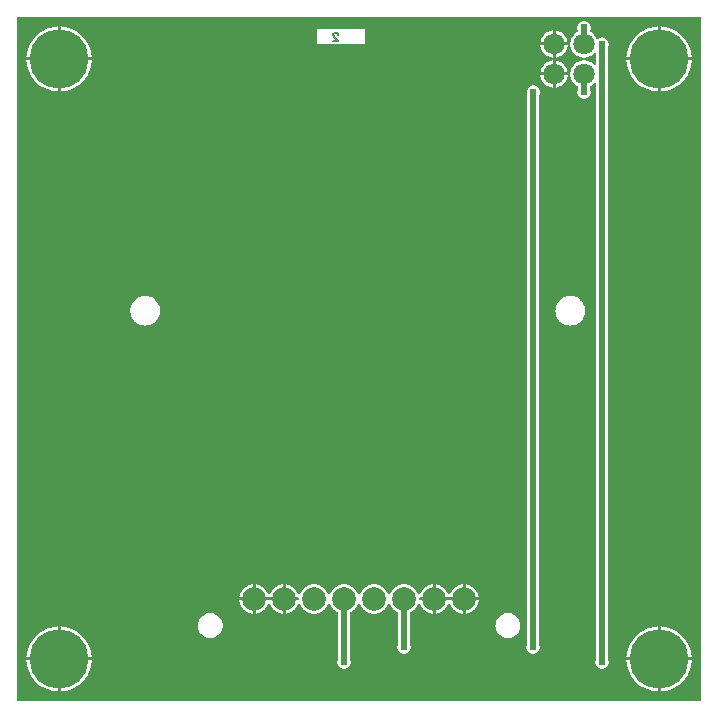
<source format=gbl>
G04 Layer: BottomLayer*
G04 EasyEDA v6.5.29, 2023-07-09 11:22:14*
G04 66d2373efeaf4300b8bf4b9e6adbc1de,5a6b42c53f6a479593ecc07194224c93,10*
G04 Gerber Generator version 0.2*
G04 Scale: 100 percent, Rotated: No, Reflected: No *
G04 Dimensions in millimeters *
G04 leading zeros omitted , absolute positions ,4 integer and 5 decimal *
%FSLAX45Y45*%
%MOMM*%

%ADD10C,0.1524*%
%ADD11C,0.5000*%
%ADD12C,5.0000*%
%ADD13C,2.0000*%
%ADD14C,1.8000*%
%ADD15C,0.6096*%
%ADD16C,0.0113*%

%LPD*%
G36*
X5805932Y25908D02*
G01*
X36068Y26416D01*
X32156Y27178D01*
X28905Y29362D01*
X26670Y32664D01*
X25908Y36576D01*
X25908Y5805932D01*
X26670Y5809843D01*
X28905Y5813094D01*
X32156Y5815330D01*
X36068Y5816092D01*
X2555240Y5816092D01*
X2559151Y5815330D01*
X2562402Y5813094D01*
X2564638Y5809843D01*
X2565400Y5805932D01*
X2566162Y5809843D01*
X2568397Y5813094D01*
X2571648Y5815330D01*
X2575560Y5816092D01*
X5805932Y5816092D01*
X5809843Y5815330D01*
X5813094Y5813094D01*
X5815330Y5809843D01*
X5816092Y5805932D01*
X5816092Y36068D01*
X5815330Y32207D01*
X5813094Y28905D01*
X5809843Y26670D01*
G37*

%LPC*%
G36*
X4584700Y5600700D02*
G01*
X4687112Y5600700D01*
X4686960Y5602528D01*
X4684268Y5616803D01*
X4679746Y5630672D01*
X4673549Y5643829D01*
X4665776Y5656122D01*
X4656480Y5667349D01*
X4645863Y5677306D01*
X4634077Y5685840D01*
X4621326Y5692851D01*
X4607814Y5698236D01*
X4593691Y5701842D01*
X4584700Y5702960D01*
G37*
G36*
X5448300Y105613D02*
G01*
X5448300Y368300D01*
X5185410Y368300D01*
X5187289Y346405D01*
X5191150Y323646D01*
X5196890Y301244D01*
X5204460Y279450D01*
X5213858Y258317D01*
X5224983Y238099D01*
X5237784Y218846D01*
X5252161Y200710D01*
X5267960Y183896D01*
X5285130Y168402D01*
X5303520Y154432D01*
X5323027Y142087D01*
X5343499Y131368D01*
X5364835Y122428D01*
X5386781Y115265D01*
X5409285Y109982D01*
X5432145Y106629D01*
G37*
G36*
X368300Y105613D02*
G01*
X368300Y368300D01*
X105410Y368300D01*
X107289Y346405D01*
X111150Y323646D01*
X116890Y301244D01*
X124460Y279450D01*
X133858Y258317D01*
X144983Y238099D01*
X157784Y218846D01*
X172161Y200710D01*
X187960Y183896D01*
X205130Y168402D01*
X223520Y154432D01*
X243027Y142087D01*
X263499Y131368D01*
X284835Y122428D01*
X306781Y115265D01*
X329285Y109982D01*
X352145Y106629D01*
G37*
G36*
X2794000Y299262D02*
G01*
X2803804Y300126D01*
X2813253Y302666D01*
X2822194Y306781D01*
X2830220Y312420D01*
X2837180Y319379D01*
X2842818Y327406D01*
X2846933Y336346D01*
X2849473Y345795D01*
X2850337Y355600D01*
X2849473Y365404D01*
X2846933Y374853D01*
X2845866Y377190D01*
X2844901Y381508D01*
X2844901Y767537D01*
X2845663Y771347D01*
X2847746Y774598D01*
X2850896Y776782D01*
X2852521Y777544D01*
X2865526Y785418D01*
X2877464Y794766D01*
X2888234Y805535D01*
X2897581Y817473D01*
X2905455Y830478D01*
X2911754Y844397D01*
X2913938Y847598D01*
X2917190Y849680D01*
X2921000Y850392D01*
X2924810Y849680D01*
X2928061Y847598D01*
X2930245Y844397D01*
X2936544Y830478D01*
X2944418Y817473D01*
X2953766Y805535D01*
X2964535Y794766D01*
X2976473Y785418D01*
X2989478Y777544D01*
X3003346Y771296D01*
X3017875Y766775D01*
X3032810Y764032D01*
X3048000Y763117D01*
X3063189Y764032D01*
X3078124Y766775D01*
X3092653Y771296D01*
X3106521Y777544D01*
X3119526Y785418D01*
X3131464Y794766D01*
X3142234Y805535D01*
X3151581Y817473D01*
X3159455Y830478D01*
X3165754Y844397D01*
X3167938Y847598D01*
X3171190Y849680D01*
X3175000Y850392D01*
X3178810Y849680D01*
X3182061Y847598D01*
X3184245Y844397D01*
X3190544Y830478D01*
X3198418Y817473D01*
X3207766Y805535D01*
X3218535Y794766D01*
X3230473Y785418D01*
X3243478Y777544D01*
X3245104Y776782D01*
X3248253Y774598D01*
X3250336Y771347D01*
X3251098Y767537D01*
X3251098Y508508D01*
X3250133Y504190D01*
X3249066Y501853D01*
X3246526Y492404D01*
X3245662Y482600D01*
X3246526Y472795D01*
X3249066Y463346D01*
X3253181Y454406D01*
X3258820Y446379D01*
X3265779Y439420D01*
X3273806Y433781D01*
X3282746Y429666D01*
X3292195Y427126D01*
X3302000Y426262D01*
X3311804Y427126D01*
X3321253Y429666D01*
X3330194Y433781D01*
X3338220Y439420D01*
X3345179Y446379D01*
X3350818Y454406D01*
X3354933Y463346D01*
X3357473Y472795D01*
X3358337Y482600D01*
X3357473Y492404D01*
X3354933Y501853D01*
X3353866Y504190D01*
X3352901Y508508D01*
X3352901Y767537D01*
X3353663Y771347D01*
X3355746Y774598D01*
X3358896Y776782D01*
X3360521Y777544D01*
X3373526Y785418D01*
X3385464Y794766D01*
X3396234Y805535D01*
X3405581Y817473D01*
X3413455Y830478D01*
X3419754Y844397D01*
X3421938Y847598D01*
X3425190Y849680D01*
X3429000Y850392D01*
X3432810Y849680D01*
X3436061Y847598D01*
X3438245Y844397D01*
X3444544Y830478D01*
X3452418Y817473D01*
X3461765Y805535D01*
X3472535Y794766D01*
X3484473Y785418D01*
X3497478Y777544D01*
X3511346Y771296D01*
X3525875Y766775D01*
X3540810Y764032D01*
X3543300Y763879D01*
X3543300Y876300D01*
X3437890Y876300D01*
X3434029Y877062D01*
X3430727Y879297D01*
X3428542Y882548D01*
X3427729Y886460D01*
X3427729Y891540D01*
X3428542Y895451D01*
X3430727Y898702D01*
X3434029Y900937D01*
X3437890Y901700D01*
X3543300Y901700D01*
X3543300Y1014120D01*
X3540810Y1013968D01*
X3525875Y1011224D01*
X3511346Y1006703D01*
X3497478Y1000455D01*
X3484473Y992581D01*
X3472535Y983234D01*
X3461765Y972464D01*
X3452418Y960526D01*
X3444544Y947521D01*
X3438245Y933602D01*
X3436061Y930402D01*
X3432810Y928319D01*
X3429000Y927608D01*
X3425190Y928319D01*
X3421938Y930402D01*
X3419754Y933602D01*
X3413455Y947521D01*
X3405581Y960526D01*
X3396234Y972464D01*
X3385464Y983234D01*
X3373526Y992581D01*
X3360521Y1000455D01*
X3346653Y1006703D01*
X3332124Y1011224D01*
X3317189Y1013968D01*
X3302000Y1014882D01*
X3286810Y1013968D01*
X3271875Y1011224D01*
X3257346Y1006703D01*
X3243478Y1000455D01*
X3230473Y992581D01*
X3218535Y983234D01*
X3207766Y972464D01*
X3198418Y960526D01*
X3190544Y947521D01*
X3184245Y933602D01*
X3182061Y930402D01*
X3178810Y928319D01*
X3175000Y927608D01*
X3171190Y928319D01*
X3167938Y930402D01*
X3165754Y933602D01*
X3159455Y947521D01*
X3151581Y960526D01*
X3142234Y972464D01*
X3131464Y983234D01*
X3119526Y992581D01*
X3106521Y1000455D01*
X3092653Y1006703D01*
X3078124Y1011224D01*
X3063189Y1013968D01*
X3048000Y1014882D01*
X3032810Y1013968D01*
X3017875Y1011224D01*
X3003346Y1006703D01*
X2989478Y1000455D01*
X2976473Y992581D01*
X2964535Y983234D01*
X2953766Y972464D01*
X2944418Y960526D01*
X2936544Y947521D01*
X2930245Y933602D01*
X2928061Y930402D01*
X2924810Y928319D01*
X2921000Y927608D01*
X2917190Y928319D01*
X2913938Y930402D01*
X2911754Y933602D01*
X2905455Y947521D01*
X2897581Y960526D01*
X2888234Y972464D01*
X2877464Y983234D01*
X2865526Y992581D01*
X2852521Y1000455D01*
X2838653Y1006703D01*
X2824124Y1011224D01*
X2809189Y1013968D01*
X2794000Y1014882D01*
X2778810Y1013968D01*
X2763875Y1011224D01*
X2749346Y1006703D01*
X2735478Y1000455D01*
X2722473Y992581D01*
X2710535Y983234D01*
X2699766Y972464D01*
X2690418Y960526D01*
X2682544Y947521D01*
X2676245Y933602D01*
X2674061Y930402D01*
X2670810Y928319D01*
X2667000Y927608D01*
X2663190Y928319D01*
X2659938Y930402D01*
X2657754Y933602D01*
X2651455Y947521D01*
X2643581Y960526D01*
X2634234Y972464D01*
X2623464Y983234D01*
X2611526Y992581D01*
X2598521Y1000455D01*
X2584653Y1006703D01*
X2570124Y1011224D01*
X2555189Y1013968D01*
X2540000Y1014882D01*
X2524810Y1013968D01*
X2509875Y1011224D01*
X2495346Y1006703D01*
X2481478Y1000455D01*
X2468473Y992581D01*
X2456535Y983234D01*
X2445766Y972464D01*
X2436418Y960526D01*
X2428544Y947521D01*
X2422245Y933602D01*
X2420061Y930402D01*
X2416810Y928319D01*
X2413000Y927608D01*
X2409190Y928319D01*
X2405938Y930402D01*
X2403754Y933602D01*
X2397455Y947521D01*
X2389581Y960526D01*
X2380234Y972464D01*
X2369464Y983234D01*
X2357526Y992581D01*
X2344521Y1000455D01*
X2330653Y1006703D01*
X2316124Y1011224D01*
X2301189Y1013968D01*
X2298700Y1014120D01*
X2298700Y901700D01*
X2404110Y901700D01*
X2407970Y900937D01*
X2411272Y898702D01*
X2413457Y895451D01*
X2414270Y891540D01*
X2414270Y886460D01*
X2413457Y882548D01*
X2411272Y879297D01*
X2407970Y877062D01*
X2404110Y876300D01*
X2298700Y876300D01*
X2298700Y763879D01*
X2301189Y764032D01*
X2316124Y766775D01*
X2330653Y771296D01*
X2344521Y777544D01*
X2357526Y785418D01*
X2369464Y794766D01*
X2380234Y805535D01*
X2389581Y817473D01*
X2397455Y830478D01*
X2403754Y844397D01*
X2405938Y847598D01*
X2409190Y849680D01*
X2413000Y850392D01*
X2416810Y849680D01*
X2420061Y847598D01*
X2422245Y844397D01*
X2428544Y830478D01*
X2436418Y817473D01*
X2445766Y805535D01*
X2456535Y794766D01*
X2468473Y785418D01*
X2481478Y777544D01*
X2495346Y771296D01*
X2509875Y766775D01*
X2524810Y764032D01*
X2540000Y763117D01*
X2555189Y764032D01*
X2570124Y766775D01*
X2584653Y771296D01*
X2598521Y777544D01*
X2611526Y785418D01*
X2623464Y794766D01*
X2634234Y805535D01*
X2643581Y817473D01*
X2651455Y830478D01*
X2657754Y844397D01*
X2659938Y847598D01*
X2663190Y849680D01*
X2667000Y850392D01*
X2670810Y849680D01*
X2674061Y847598D01*
X2676245Y844397D01*
X2682544Y830478D01*
X2690418Y817473D01*
X2699766Y805535D01*
X2710535Y794766D01*
X2722473Y785418D01*
X2735478Y777544D01*
X2737104Y776782D01*
X2740253Y774598D01*
X2742336Y771347D01*
X2743098Y767537D01*
X2743098Y381508D01*
X2742133Y377190D01*
X2741066Y374853D01*
X2738526Y365404D01*
X2737662Y355600D01*
X2738526Y345795D01*
X2741066Y336346D01*
X2745181Y327406D01*
X2750820Y319379D01*
X2757779Y312420D01*
X2765806Y306781D01*
X2774746Y302666D01*
X2784195Y300126D01*
G37*
G36*
X4978400Y299262D02*
G01*
X4988204Y300126D01*
X4997653Y302666D01*
X5006594Y306781D01*
X5014620Y312420D01*
X5021580Y319379D01*
X5027218Y327406D01*
X5031333Y336346D01*
X5033873Y345795D01*
X5034737Y355600D01*
X5033873Y365404D01*
X5031333Y374853D01*
X5030266Y377190D01*
X5029301Y381508D01*
X5029301Y5562092D01*
X5030266Y5566410D01*
X5031333Y5568746D01*
X5033873Y5578195D01*
X5034737Y5588000D01*
X5033873Y5597804D01*
X5031333Y5607253D01*
X5027218Y5616194D01*
X5021580Y5624220D01*
X5014620Y5631180D01*
X5006594Y5636818D01*
X4997653Y5640933D01*
X4988204Y5643473D01*
X4978400Y5644337D01*
X4968595Y5643473D01*
X4959146Y5640933D01*
X4950206Y5636818D01*
X4945532Y5633516D01*
X4941468Y5631840D01*
X4937099Y5632043D01*
X4933188Y5634024D01*
X4930546Y5637530D01*
X4927549Y5643829D01*
X4919776Y5656122D01*
X4910480Y5667349D01*
X4899863Y5677306D01*
X4888077Y5685840D01*
X4882184Y5689092D01*
X4879390Y5691378D01*
X4877562Y5694476D01*
X4876901Y5697982D01*
X4876901Y5701792D01*
X4877866Y5706110D01*
X4878933Y5708446D01*
X4881473Y5717895D01*
X4882337Y5727700D01*
X4881473Y5737504D01*
X4878933Y5746953D01*
X4874818Y5755894D01*
X4869180Y5763920D01*
X4862220Y5770880D01*
X4854194Y5776518D01*
X4845253Y5780633D01*
X4835804Y5783173D01*
X4826000Y5784037D01*
X4816195Y5783173D01*
X4806746Y5780633D01*
X4797806Y5776518D01*
X4789779Y5770880D01*
X4782820Y5763920D01*
X4777181Y5755894D01*
X4773066Y5746953D01*
X4770526Y5737504D01*
X4769662Y5727700D01*
X4770526Y5717895D01*
X4773066Y5708446D01*
X4774133Y5706110D01*
X4775098Y5701792D01*
X4775098Y5697982D01*
X4774438Y5694476D01*
X4772609Y5691378D01*
X4769815Y5689092D01*
X4763922Y5685840D01*
X4752136Y5677306D01*
X4741519Y5667349D01*
X4732223Y5656122D01*
X4724450Y5643829D01*
X4718253Y5630672D01*
X4713732Y5616803D01*
X4711039Y5602528D01*
X4710125Y5588000D01*
X4711039Y5573471D01*
X4713732Y5559196D01*
X4718253Y5545328D01*
X4724450Y5532170D01*
X4732223Y5519877D01*
X4741519Y5508650D01*
X4752136Y5498693D01*
X4763922Y5490159D01*
X4776673Y5483148D01*
X4790186Y5477764D01*
X4804308Y5474157D01*
X4818735Y5472328D01*
X4833264Y5472328D01*
X4847691Y5474157D01*
X4861814Y5477764D01*
X4875326Y5483148D01*
X4888077Y5490159D01*
X4899863Y5498693D01*
X4910378Y5508548D01*
X4913680Y5510631D01*
X4917541Y5511342D01*
X4921351Y5510479D01*
X4924602Y5508294D01*
X4926736Y5504992D01*
X4927498Y5501182D01*
X4927498Y5420817D01*
X4926736Y5417007D01*
X4924602Y5413705D01*
X4921351Y5411520D01*
X4917541Y5410657D01*
X4913680Y5411368D01*
X4910378Y5413400D01*
X4899863Y5423306D01*
X4888077Y5431840D01*
X4875326Y5438851D01*
X4861814Y5444236D01*
X4847691Y5447842D01*
X4833264Y5449671D01*
X4818735Y5449671D01*
X4804308Y5447842D01*
X4790186Y5444236D01*
X4776673Y5438851D01*
X4763922Y5431840D01*
X4752136Y5423306D01*
X4741519Y5413349D01*
X4732223Y5402122D01*
X4724450Y5389829D01*
X4718253Y5376672D01*
X4713732Y5362803D01*
X4711039Y5348528D01*
X4710125Y5334000D01*
X4711039Y5319471D01*
X4713732Y5305196D01*
X4718253Y5291328D01*
X4724450Y5278170D01*
X4732223Y5265877D01*
X4741519Y5254650D01*
X4752136Y5244693D01*
X4763922Y5236159D01*
X4769815Y5232908D01*
X4772609Y5230622D01*
X4774438Y5227523D01*
X4775098Y5224018D01*
X4775098Y5207508D01*
X4774133Y5203190D01*
X4773066Y5200853D01*
X4770526Y5191404D01*
X4769662Y5181600D01*
X4770526Y5171795D01*
X4773066Y5162346D01*
X4777181Y5153406D01*
X4782820Y5145379D01*
X4789779Y5138420D01*
X4797806Y5132781D01*
X4806746Y5128666D01*
X4816195Y5126126D01*
X4826000Y5125262D01*
X4835804Y5126126D01*
X4845253Y5128666D01*
X4854194Y5132781D01*
X4862220Y5138420D01*
X4869180Y5145379D01*
X4874818Y5153406D01*
X4878933Y5162346D01*
X4881473Y5171795D01*
X4882337Y5181600D01*
X4881473Y5191404D01*
X4878933Y5200853D01*
X4877866Y5203190D01*
X4876901Y5207508D01*
X4876901Y5224018D01*
X4877562Y5227523D01*
X4879390Y5230622D01*
X4882184Y5232908D01*
X4888077Y5236159D01*
X4899863Y5244693D01*
X4910378Y5254548D01*
X4913680Y5256631D01*
X4917541Y5257342D01*
X4921351Y5256479D01*
X4924602Y5254294D01*
X4926736Y5250992D01*
X4927498Y5247182D01*
X4927498Y381508D01*
X4926533Y377190D01*
X4925466Y374853D01*
X4922926Y365404D01*
X4922062Y355600D01*
X4922926Y345795D01*
X4925466Y336346D01*
X4929581Y327406D01*
X4935220Y319379D01*
X4942179Y312420D01*
X4950206Y306781D01*
X4959146Y302666D01*
X4968595Y300126D01*
G37*
G36*
X393700Y393700D02*
G01*
X656336Y393700D01*
X655929Y404063D01*
X653034Y427024D01*
X648208Y449630D01*
X641553Y471728D01*
X633018Y493217D01*
X622757Y513892D01*
X610819Y533704D01*
X597204Y552348D01*
X582117Y569874D01*
X565607Y586028D01*
X547827Y600760D01*
X528828Y613968D01*
X508812Y625500D01*
X487934Y635355D01*
X466242Y643382D01*
X443992Y649630D01*
X421284Y653948D01*
X398322Y656336D01*
X393700Y656437D01*
G37*
G36*
X5473700Y393700D02*
G01*
X5736336Y393700D01*
X5735929Y404063D01*
X5733034Y427024D01*
X5728208Y449630D01*
X5721553Y471728D01*
X5713018Y493217D01*
X5702757Y513892D01*
X5690819Y533704D01*
X5677204Y552348D01*
X5662117Y569874D01*
X5645607Y586028D01*
X5627827Y600760D01*
X5608828Y613968D01*
X5588812Y625500D01*
X5567934Y635355D01*
X5546242Y643382D01*
X5523992Y649630D01*
X5501284Y653948D01*
X5478322Y656336D01*
X5473700Y656437D01*
G37*
G36*
X5185410Y393700D02*
G01*
X5448300Y393700D01*
X5448300Y656386D01*
X5432145Y655370D01*
X5409285Y652018D01*
X5386781Y646734D01*
X5364835Y639572D01*
X5343499Y630631D01*
X5323027Y619912D01*
X5303520Y607568D01*
X5285130Y593598D01*
X5267960Y578104D01*
X5252161Y561289D01*
X5237784Y543153D01*
X5224983Y523900D01*
X5213858Y503682D01*
X5204460Y482549D01*
X5196890Y460756D01*
X5191150Y438353D01*
X5187289Y415594D01*
G37*
G36*
X105410Y393700D02*
G01*
X368300Y393700D01*
X368300Y656386D01*
X352145Y655370D01*
X329285Y652018D01*
X306781Y646734D01*
X284835Y639572D01*
X263499Y630631D01*
X243027Y619912D01*
X223520Y607568D01*
X205130Y593598D01*
X187960Y578104D01*
X172161Y561289D01*
X157784Y543153D01*
X144983Y523900D01*
X133858Y503682D01*
X124460Y482549D01*
X116890Y460756D01*
X111150Y438353D01*
X107289Y415594D01*
G37*
G36*
X4394200Y426262D02*
G01*
X4403953Y427126D01*
X4413453Y429666D01*
X4422343Y433781D01*
X4430420Y439420D01*
X4437380Y446379D01*
X4442968Y454406D01*
X4447133Y463346D01*
X4449673Y472795D01*
X4450537Y482600D01*
X4449673Y492404D01*
X4447133Y501853D01*
X4446066Y504190D01*
X4445101Y508508D01*
X4445101Y5147818D01*
X4446066Y5152186D01*
X4450943Y5162346D01*
X4453483Y5171795D01*
X4454347Y5181600D01*
X4453483Y5191404D01*
X4450943Y5200853D01*
X4446778Y5209794D01*
X4441139Y5217820D01*
X4434179Y5224780D01*
X4426153Y5230418D01*
X4417263Y5234533D01*
X4407763Y5237073D01*
X4397959Y5237937D01*
X4388205Y5237073D01*
X4378706Y5234533D01*
X4369816Y5230418D01*
X4361738Y5224780D01*
X4354830Y5217820D01*
X4349191Y5209794D01*
X4345025Y5200853D01*
X4342485Y5191404D01*
X4341622Y5181600D01*
X4342485Y5171795D01*
X4343298Y5167528D01*
X4343298Y508508D01*
X4342333Y504190D01*
X4341266Y501853D01*
X4338675Y492404D01*
X4337862Y482600D01*
X4338675Y472795D01*
X4341266Y463346D01*
X4345381Y454406D01*
X4351020Y446379D01*
X4357979Y439420D01*
X4366006Y433781D01*
X4374896Y429666D01*
X4384395Y427126D01*
G37*
G36*
X1660398Y558139D02*
G01*
X1674215Y559003D01*
X1687779Y561746D01*
X1700936Y566166D01*
X1713331Y572312D01*
X1724863Y579983D01*
X1735277Y589127D01*
X1744421Y599541D01*
X1752092Y611073D01*
X1758238Y623468D01*
X1762658Y636625D01*
X1765401Y650189D01*
X1766265Y664006D01*
X1765401Y677824D01*
X1762658Y691388D01*
X1758238Y704545D01*
X1752092Y716940D01*
X1744421Y728472D01*
X1735277Y738886D01*
X1724863Y748030D01*
X1713331Y755700D01*
X1700936Y761847D01*
X1687779Y766267D01*
X1674215Y769010D01*
X1660398Y769874D01*
X1646580Y769010D01*
X1633016Y766267D01*
X1619859Y761847D01*
X1607464Y755700D01*
X1595932Y748030D01*
X1585518Y738886D01*
X1576374Y728472D01*
X1568704Y716940D01*
X1562557Y704545D01*
X1558137Y691388D01*
X1555394Y677824D01*
X1554530Y664006D01*
X1555394Y650189D01*
X1558137Y636625D01*
X1562557Y623468D01*
X1568704Y611073D01*
X1576374Y599541D01*
X1585518Y589127D01*
X1595932Y579983D01*
X1607464Y572312D01*
X1619859Y566166D01*
X1633016Y561746D01*
X1646580Y559003D01*
G37*
G36*
X4181601Y558139D02*
G01*
X4195419Y559003D01*
X4208983Y561746D01*
X4222140Y566166D01*
X4234535Y572312D01*
X4246067Y579983D01*
X4256481Y589127D01*
X4265625Y599541D01*
X4273296Y611073D01*
X4279442Y623468D01*
X4283862Y636625D01*
X4286605Y650189D01*
X4287469Y664006D01*
X4286605Y677824D01*
X4283862Y691388D01*
X4279442Y704545D01*
X4273296Y716940D01*
X4265625Y728472D01*
X4256481Y738886D01*
X4246067Y748030D01*
X4234535Y755700D01*
X4222140Y761847D01*
X4208983Y766267D01*
X4195419Y769010D01*
X4181601Y769874D01*
X4167784Y769010D01*
X4154220Y766267D01*
X4141063Y761847D01*
X4128668Y755700D01*
X4117136Y748030D01*
X4106722Y738886D01*
X4097578Y728472D01*
X4089908Y716940D01*
X4083761Y704545D01*
X4079341Y691388D01*
X4076598Y677824D01*
X4075734Y664006D01*
X4076598Y650189D01*
X4079341Y636625D01*
X4083761Y623468D01*
X4089908Y611073D01*
X4097578Y599541D01*
X4106722Y589127D01*
X4117136Y579983D01*
X4128668Y572312D01*
X4141063Y566166D01*
X4154220Y561746D01*
X4167784Y559003D01*
G37*
G36*
X3822700Y763879D02*
G01*
X3825189Y764032D01*
X3840124Y766775D01*
X3854653Y771296D01*
X3868521Y777544D01*
X3881526Y785418D01*
X3893464Y794766D01*
X3904234Y805535D01*
X3913581Y817473D01*
X3921455Y830478D01*
X3927703Y844346D01*
X3932224Y858875D01*
X3934968Y873810D01*
X3935120Y876300D01*
X3822700Y876300D01*
G37*
G36*
X2019300Y763879D02*
G01*
X2019300Y876300D01*
X1906879Y876300D01*
X1907032Y873810D01*
X1909775Y858875D01*
X1914296Y844346D01*
X1920544Y830478D01*
X1928418Y817473D01*
X1937766Y805535D01*
X1948535Y794766D01*
X1960473Y785418D01*
X1973478Y777544D01*
X1987346Y771296D01*
X2001875Y766775D01*
X2016810Y764032D01*
G37*
G36*
X3568700Y763879D02*
G01*
X3571189Y764032D01*
X3586124Y766775D01*
X3600653Y771296D01*
X3614521Y777544D01*
X3627526Y785418D01*
X3639464Y794766D01*
X3650234Y805535D01*
X3659581Y817473D01*
X3667455Y830478D01*
X3673754Y844397D01*
X3675938Y847598D01*
X3679190Y849680D01*
X3683000Y850392D01*
X3686810Y849680D01*
X3690061Y847598D01*
X3692245Y844397D01*
X3698544Y830478D01*
X3706418Y817473D01*
X3715765Y805535D01*
X3726535Y794766D01*
X3738473Y785418D01*
X3751478Y777544D01*
X3765346Y771296D01*
X3779875Y766775D01*
X3794810Y764032D01*
X3797300Y763879D01*
X3797300Y876300D01*
X3568700Y876300D01*
G37*
G36*
X2044700Y763879D02*
G01*
X2047189Y764032D01*
X2062124Y766775D01*
X2076653Y771296D01*
X2090521Y777544D01*
X2103526Y785418D01*
X2115464Y794766D01*
X2126234Y805535D01*
X2135581Y817473D01*
X2143455Y830478D01*
X2149754Y844397D01*
X2151938Y847598D01*
X2155190Y849680D01*
X2159000Y850392D01*
X2162810Y849680D01*
X2166061Y847598D01*
X2168245Y844397D01*
X2174544Y830478D01*
X2182418Y817473D01*
X2191766Y805535D01*
X2202535Y794766D01*
X2214473Y785418D01*
X2227478Y777544D01*
X2241346Y771296D01*
X2255875Y766775D01*
X2270810Y764032D01*
X2273300Y763879D01*
X2273300Y876300D01*
X2044700Y876300D01*
G37*
G36*
X3822700Y901700D02*
G01*
X3935120Y901700D01*
X3934968Y904189D01*
X3932224Y919124D01*
X3927703Y933653D01*
X3921455Y947521D01*
X3913581Y960526D01*
X3904234Y972464D01*
X3893464Y983234D01*
X3881526Y992581D01*
X3868521Y1000455D01*
X3854653Y1006703D01*
X3840124Y1011224D01*
X3825189Y1013968D01*
X3822700Y1014120D01*
G37*
G36*
X1906879Y901700D02*
G01*
X2019300Y901700D01*
X2019300Y1014120D01*
X2016810Y1013968D01*
X2001875Y1011224D01*
X1987346Y1006703D01*
X1973478Y1000455D01*
X1960473Y992581D01*
X1948535Y983234D01*
X1937766Y972464D01*
X1928418Y960526D01*
X1920544Y947521D01*
X1914296Y933653D01*
X1909775Y919124D01*
X1907032Y904189D01*
G37*
G36*
X3568700Y901700D02*
G01*
X3797300Y901700D01*
X3797300Y1014120D01*
X3794810Y1013968D01*
X3779875Y1011224D01*
X3765346Y1006703D01*
X3751478Y1000455D01*
X3738473Y992581D01*
X3726535Y983234D01*
X3715765Y972464D01*
X3706418Y960526D01*
X3698544Y947521D01*
X3692245Y933602D01*
X3690061Y930402D01*
X3686810Y928319D01*
X3683000Y927608D01*
X3679190Y928319D01*
X3675938Y930402D01*
X3673754Y933602D01*
X3667455Y947521D01*
X3659581Y960526D01*
X3650234Y972464D01*
X3639464Y983234D01*
X3627526Y992581D01*
X3614521Y1000455D01*
X3600653Y1006703D01*
X3586124Y1011224D01*
X3571189Y1013968D01*
X3568700Y1014120D01*
G37*
G36*
X393700Y105562D02*
G01*
X398322Y105664D01*
X421284Y108051D01*
X443992Y112369D01*
X466242Y118618D01*
X487934Y126644D01*
X508812Y136499D01*
X528828Y148031D01*
X547827Y161239D01*
X565607Y175971D01*
X582117Y192125D01*
X597204Y209600D01*
X610819Y228295D01*
X622757Y248107D01*
X633018Y268782D01*
X641553Y290271D01*
X648208Y312369D01*
X653034Y334975D01*
X655929Y357936D01*
X656336Y368300D01*
X393700Y368300D01*
G37*
G36*
X5473700Y105562D02*
G01*
X5478322Y105664D01*
X5501284Y108051D01*
X5523992Y112369D01*
X5546242Y118618D01*
X5567934Y126644D01*
X5588812Y136499D01*
X5608828Y148031D01*
X5627827Y161239D01*
X5645607Y175971D01*
X5662117Y192125D01*
X5677204Y209600D01*
X5690819Y228295D01*
X5702757Y248107D01*
X5713018Y268782D01*
X5721553Y290271D01*
X5728208Y312369D01*
X5733034Y334975D01*
X5735929Y357936D01*
X5736336Y368300D01*
X5473700Y368300D01*
G37*
G36*
X4709617Y3204108D02*
G01*
X4724755Y3205022D01*
X4739741Y3207766D01*
X4754219Y3212287D01*
X4768088Y3218535D01*
X4781092Y3226409D01*
X4793081Y3235756D01*
X4803800Y3246526D01*
X4813198Y3258464D01*
X4821072Y3271469D01*
X4827320Y3285337D01*
X4831842Y3299866D01*
X4834585Y3314801D01*
X4835499Y3329990D01*
X4834585Y3345179D01*
X4831842Y3360115D01*
X4827320Y3374644D01*
X4821072Y3388512D01*
X4813198Y3401517D01*
X4803800Y3413455D01*
X4793081Y3424224D01*
X4781092Y3433572D01*
X4768088Y3441446D01*
X4754219Y3447694D01*
X4739741Y3452215D01*
X4724755Y3454958D01*
X4709617Y3455873D01*
X4694428Y3454958D01*
X4679442Y3452215D01*
X4664964Y3447694D01*
X4651095Y3441446D01*
X4638090Y3433572D01*
X4626102Y3424224D01*
X4615383Y3413455D01*
X4605985Y3401517D01*
X4598111Y3388512D01*
X4591862Y3374644D01*
X4587341Y3360115D01*
X4584598Y3345179D01*
X4583684Y3329990D01*
X4584598Y3314801D01*
X4587341Y3299866D01*
X4591862Y3285337D01*
X4598111Y3271469D01*
X4605985Y3258464D01*
X4615383Y3246526D01*
X4626102Y3235756D01*
X4638090Y3226409D01*
X4651095Y3218535D01*
X4664964Y3212287D01*
X4679442Y3207766D01*
X4694428Y3205022D01*
G37*
G36*
X1109624Y3204108D02*
G01*
X1124762Y3205022D01*
X1139748Y3207766D01*
X1154226Y3212287D01*
X1168095Y3218535D01*
X1181100Y3226409D01*
X1193088Y3235756D01*
X1203807Y3246526D01*
X1213205Y3258464D01*
X1221079Y3271469D01*
X1227328Y3285337D01*
X1231849Y3299866D01*
X1234592Y3314801D01*
X1235506Y3329990D01*
X1234592Y3345179D01*
X1231849Y3360115D01*
X1227328Y3374644D01*
X1221079Y3388512D01*
X1213205Y3401517D01*
X1203807Y3413455D01*
X1193088Y3424224D01*
X1181100Y3433572D01*
X1168095Y3441446D01*
X1154226Y3447694D01*
X1139748Y3452215D01*
X1124762Y3454958D01*
X1109624Y3455873D01*
X1094435Y3454958D01*
X1079449Y3452215D01*
X1064971Y3447694D01*
X1051102Y3441446D01*
X1038098Y3433572D01*
X1026109Y3424224D01*
X1015390Y3413455D01*
X1005992Y3401517D01*
X998118Y3388512D01*
X991869Y3374644D01*
X987348Y3360115D01*
X984605Y3345179D01*
X983691Y3329990D01*
X984605Y3314801D01*
X987348Y3299866D01*
X991869Y3285337D01*
X998118Y3271469D01*
X1005992Y3258464D01*
X1015390Y3246526D01*
X1026109Y3235756D01*
X1038098Y3226409D01*
X1051102Y3218535D01*
X1064971Y3212287D01*
X1079449Y3207766D01*
X1094435Y3205022D01*
G37*
G36*
X5473700Y5185562D02*
G01*
X5478322Y5185664D01*
X5501284Y5188051D01*
X5523992Y5192369D01*
X5546242Y5198618D01*
X5567934Y5206644D01*
X5588812Y5216499D01*
X5608828Y5228031D01*
X5627827Y5241239D01*
X5645607Y5255971D01*
X5662117Y5272125D01*
X5677204Y5289600D01*
X5690819Y5308295D01*
X5702757Y5328107D01*
X5713018Y5348782D01*
X5721553Y5370271D01*
X5728208Y5392369D01*
X5733034Y5414975D01*
X5735929Y5437936D01*
X5736336Y5448300D01*
X5473700Y5448300D01*
G37*
G36*
X393700Y5185562D02*
G01*
X398322Y5185664D01*
X421284Y5188051D01*
X443992Y5192369D01*
X466242Y5198618D01*
X487934Y5206644D01*
X508812Y5216499D01*
X528828Y5228031D01*
X547827Y5241239D01*
X565607Y5255971D01*
X582117Y5272125D01*
X597204Y5289600D01*
X610819Y5308295D01*
X622757Y5328107D01*
X633018Y5348782D01*
X641553Y5370271D01*
X648208Y5392369D01*
X653034Y5414975D01*
X655929Y5437936D01*
X656336Y5448300D01*
X393700Y5448300D01*
G37*
G36*
X5448300Y5185613D02*
G01*
X5448300Y5448300D01*
X5185410Y5448300D01*
X5187289Y5426405D01*
X5191150Y5403646D01*
X5196890Y5381244D01*
X5204460Y5359450D01*
X5213858Y5338318D01*
X5224983Y5318099D01*
X5237784Y5298846D01*
X5252161Y5280710D01*
X5267960Y5263896D01*
X5285130Y5248402D01*
X5303520Y5234432D01*
X5323027Y5222087D01*
X5343499Y5211368D01*
X5364835Y5202428D01*
X5386781Y5195265D01*
X5409285Y5189982D01*
X5432145Y5186629D01*
G37*
G36*
X368300Y5185613D02*
G01*
X368300Y5448300D01*
X105410Y5448300D01*
X107289Y5426405D01*
X111150Y5403646D01*
X116890Y5381244D01*
X124460Y5359450D01*
X133858Y5338318D01*
X144983Y5318099D01*
X157784Y5298846D01*
X172161Y5280710D01*
X187960Y5263896D01*
X205130Y5248402D01*
X223520Y5234432D01*
X243027Y5222087D01*
X263499Y5211368D01*
X284835Y5202428D01*
X306781Y5195265D01*
X329285Y5189982D01*
X352145Y5186629D01*
G37*
G36*
X4559300Y5219039D02*
G01*
X4559300Y5321300D01*
X4456887Y5321300D01*
X4457039Y5319471D01*
X4459732Y5305196D01*
X4464253Y5291328D01*
X4470450Y5278170D01*
X4478223Y5265877D01*
X4487519Y5254650D01*
X4498136Y5244693D01*
X4509922Y5236159D01*
X4522673Y5229148D01*
X4536186Y5223764D01*
X4550308Y5220157D01*
G37*
G36*
X4584700Y5219039D02*
G01*
X4593691Y5220157D01*
X4607814Y5223764D01*
X4621326Y5229148D01*
X4634077Y5236159D01*
X4645863Y5244693D01*
X4656480Y5254650D01*
X4665776Y5265877D01*
X4673549Y5278170D01*
X4679746Y5291328D01*
X4684268Y5305196D01*
X4686960Y5319471D01*
X4687112Y5321300D01*
X4584700Y5321300D01*
G37*
G36*
X4456887Y5346700D02*
G01*
X4559300Y5346700D01*
X4559300Y5448960D01*
X4550308Y5447842D01*
X4536186Y5444236D01*
X4522673Y5438851D01*
X4509922Y5431840D01*
X4498136Y5423306D01*
X4487519Y5413349D01*
X4478223Y5402122D01*
X4470450Y5389829D01*
X4464253Y5376672D01*
X4459732Y5362803D01*
X4457039Y5348528D01*
G37*
G36*
X4584700Y5346700D02*
G01*
X4687112Y5346700D01*
X4686960Y5348528D01*
X4684268Y5362803D01*
X4679746Y5376672D01*
X4673549Y5389829D01*
X4665776Y5402122D01*
X4656480Y5413349D01*
X4645863Y5423306D01*
X4634077Y5431840D01*
X4621326Y5438851D01*
X4607814Y5444236D01*
X4593691Y5447842D01*
X4584700Y5448960D01*
G37*
G36*
X4584700Y5473039D02*
G01*
X4593691Y5474157D01*
X4607814Y5477764D01*
X4621326Y5483148D01*
X4634077Y5490159D01*
X4645863Y5498693D01*
X4656480Y5508650D01*
X4665776Y5519877D01*
X4673549Y5532170D01*
X4679746Y5545328D01*
X4684268Y5559196D01*
X4686960Y5573471D01*
X4687112Y5575300D01*
X4584700Y5575300D01*
G37*
G36*
X4559300Y5473039D02*
G01*
X4559300Y5575300D01*
X4456887Y5575300D01*
X4457039Y5573471D01*
X4459732Y5559196D01*
X4464253Y5545328D01*
X4470450Y5532170D01*
X4478223Y5519877D01*
X4487519Y5508650D01*
X4498136Y5498693D01*
X4509922Y5490159D01*
X4522673Y5483148D01*
X4536186Y5477764D01*
X4550308Y5474157D01*
G37*
G36*
X393700Y5473700D02*
G01*
X656336Y5473700D01*
X655929Y5484063D01*
X653034Y5507024D01*
X648208Y5529630D01*
X641553Y5551728D01*
X633018Y5573217D01*
X622757Y5593892D01*
X610819Y5613704D01*
X597204Y5632348D01*
X582117Y5649874D01*
X565607Y5666028D01*
X547827Y5680760D01*
X528828Y5693968D01*
X508812Y5705500D01*
X487934Y5715355D01*
X466242Y5723382D01*
X443992Y5729630D01*
X421284Y5733948D01*
X398322Y5736336D01*
X393700Y5736437D01*
G37*
G36*
X5473700Y5473700D02*
G01*
X5736336Y5473700D01*
X5735929Y5484063D01*
X5733034Y5507024D01*
X5728208Y5529630D01*
X5721553Y5551728D01*
X5713018Y5573217D01*
X5702757Y5593892D01*
X5690819Y5613704D01*
X5677204Y5632348D01*
X5662117Y5649874D01*
X5645607Y5666028D01*
X5627827Y5680760D01*
X5608828Y5693968D01*
X5588812Y5705500D01*
X5567934Y5715355D01*
X5546242Y5723382D01*
X5523992Y5729630D01*
X5501284Y5733948D01*
X5478322Y5736336D01*
X5473700Y5736437D01*
G37*
G36*
X5185410Y5473700D02*
G01*
X5448300Y5473700D01*
X5448300Y5736386D01*
X5432145Y5735370D01*
X5409285Y5732018D01*
X5386781Y5726734D01*
X5364835Y5719572D01*
X5343499Y5710631D01*
X5323027Y5699912D01*
X5303520Y5687568D01*
X5285130Y5673598D01*
X5267960Y5658104D01*
X5252161Y5641289D01*
X5237784Y5623153D01*
X5224983Y5603900D01*
X5213858Y5583682D01*
X5204460Y5562549D01*
X5196890Y5540756D01*
X5191150Y5518353D01*
X5187289Y5495594D01*
G37*
G36*
X105410Y5473700D02*
G01*
X368300Y5473700D01*
X368300Y5736386D01*
X352145Y5735370D01*
X329285Y5732018D01*
X306781Y5726734D01*
X284835Y5719572D01*
X263499Y5710631D01*
X243027Y5699912D01*
X223520Y5687568D01*
X205130Y5673598D01*
X187960Y5658104D01*
X172161Y5641289D01*
X157784Y5623153D01*
X144983Y5603900D01*
X133858Y5583682D01*
X124460Y5562549D01*
X116890Y5540756D01*
X111150Y5518353D01*
X107289Y5495594D01*
G37*
G36*
X2691688Y5583682D02*
G01*
X2750261Y5583682D01*
X2756560Y5584393D01*
X2764840Y5587593D01*
X2767634Y5588000D01*
X2970784Y5588000D01*
X2971800Y5589016D01*
X2971800Y5713984D01*
X2970784Y5715000D01*
X2763520Y5715000D01*
X2760167Y5715558D01*
X2756560Y5716828D01*
X2750261Y5717540D01*
X2691688Y5717540D01*
X2685389Y5716828D01*
X2681782Y5715558D01*
X2678430Y5715000D01*
X2575560Y5715000D01*
X2571648Y5715762D01*
X2568397Y5717997D01*
X2566162Y5721248D01*
X2565400Y5725160D01*
X2565400Y5589016D01*
X2566416Y5588000D01*
X2674315Y5588000D01*
X2677109Y5587593D01*
X2679903Y5586323D01*
X2685389Y5584393D01*
G37*
G36*
X4456887Y5600700D02*
G01*
X4559300Y5600700D01*
X4559300Y5702960D01*
X4550308Y5701842D01*
X4536186Y5698236D01*
X4522673Y5692851D01*
X4509922Y5685840D01*
X4498136Y5677306D01*
X4487519Y5667349D01*
X4478223Y5656122D01*
X4470450Y5643829D01*
X4464253Y5630672D01*
X4459732Y5616803D01*
X4457039Y5602528D01*
G37*
G36*
X2044700Y901700D02*
G01*
X2273300Y901700D01*
X2273300Y1014120D01*
X2270810Y1013968D01*
X2255875Y1011224D01*
X2241346Y1006703D01*
X2227478Y1000455D01*
X2214473Y992581D01*
X2202535Y983234D01*
X2191766Y972464D01*
X2182418Y960526D01*
X2174544Y947521D01*
X2168245Y933602D01*
X2166061Y930402D01*
X2162810Y928319D01*
X2159000Y927608D01*
X2155190Y928319D01*
X2151938Y930402D01*
X2149754Y933602D01*
X2143455Y947521D01*
X2135581Y960526D01*
X2126234Y972464D01*
X2115464Y983234D01*
X2103526Y992581D01*
X2090521Y1000455D01*
X2076653Y1006703D01*
X2062124Y1011224D01*
X2047189Y1013968D01*
X2044700Y1014120D01*
G37*

%LPD*%
D10*
X2739897Y5668010D02*
G01*
X2739897Y5671312D01*
X2736850Y5677662D01*
X2733547Y5680963D01*
X2727197Y5684012D01*
X2714497Y5684012D01*
X2708147Y5680963D01*
X2705100Y5677662D01*
X2701797Y5671312D01*
X2701797Y5664962D01*
X2705100Y5658612D01*
X2711450Y5648960D01*
X2743200Y5617210D01*
X2698750Y5617210D01*
D11*
X4978400Y5588000D02*
G01*
X4978400Y355600D01*
X4394192Y5181589D02*
G01*
X4394192Y482589D01*
X2794000Y355600D02*
G01*
X2794000Y889000D01*
X3302000Y482600D02*
G01*
X3302000Y889000D01*
X4826000Y5334000D02*
G01*
X4826000Y5181600D01*
X4826000Y5588000D02*
G01*
X4826000Y5727700D01*
D12*
G01*
X381000Y5461000D03*
G01*
X5461000Y5461000D03*
G01*
X5461000Y381000D03*
G01*
X381000Y381000D03*
D13*
G01*
X2032000Y889000D03*
G01*
X2286000Y889000D03*
G01*
X2540000Y889000D03*
G01*
X2794000Y889000D03*
G01*
X3048000Y889000D03*
G01*
X3302000Y889000D03*
G01*
X3556000Y889000D03*
G01*
X3810000Y889000D03*
D14*
G01*
X4572000Y5588000D03*
G01*
X4572000Y5334000D03*
G01*
X4826000Y5334000D03*
G01*
X4826000Y5588000D03*
D15*
G01*
X4826000Y5727700D03*
G01*
X4826000Y5181600D03*
G01*
X4394192Y482600D03*
G01*
X3302000Y482600D03*
G01*
X2794000Y355600D03*
G01*
X4397982Y5181600D03*
G01*
X4978400Y5588000D03*
G01*
X4978400Y355600D03*
M02*

</source>
